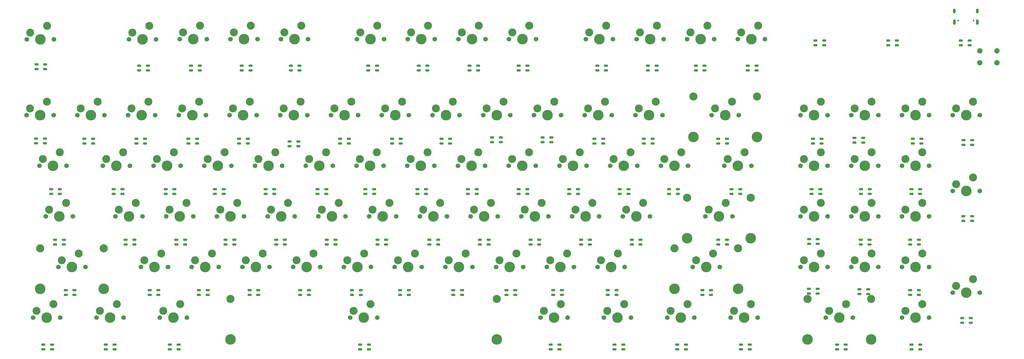
<source format=gbr>
%TF.GenerationSoftware,KiCad,Pcbnew,8.0.5*%
%TF.CreationDate,2024-11-10T22:51:29+11:00*%
%TF.ProjectId,keyboard,6b657962-6f61-4726-942e-6b696361645f,rev?*%
%TF.SameCoordinates,Original*%
%TF.FileFunction,Soldermask,Top*%
%TF.FilePolarity,Negative*%
%FSLAX46Y46*%
G04 Gerber Fmt 4.6, Leading zero omitted, Abs format (unit mm)*
G04 Created by KiCad (PCBNEW 8.0.5) date 2024-11-10 22:51:29*
%MOMM*%
%LPD*%
G01*
G04 APERTURE LIST*
G04 Aperture macros list*
%AMRoundRect*
0 Rectangle with rounded corners*
0 $1 Rounding radius*
0 $2 $3 $4 $5 $6 $7 $8 $9 X,Y pos of 4 corners*
0 Add a 4 corners polygon primitive as box body*
4,1,4,$2,$3,$4,$5,$6,$7,$8,$9,$2,$3,0*
0 Add four circle primitives for the rounded corners*
1,1,$1+$1,$2,$3*
1,1,$1+$1,$4,$5*
1,1,$1+$1,$6,$7*
1,1,$1+$1,$8,$9*
0 Add four rect primitives between the rounded corners*
20,1,$1+$1,$2,$3,$4,$5,0*
20,1,$1+$1,$4,$5,$6,$7,0*
20,1,$1+$1,$6,$7,$8,$9,0*
20,1,$1+$1,$8,$9,$2,$3,0*%
G04 Aperture macros list end*
%ADD10RoundRect,0.200000X-0.550000X-0.200000X0.550000X-0.200000X0.550000X0.200000X-0.550000X0.200000X0*%
%ADD11C,1.750000*%
%ADD12C,3.000000*%
%ADD13C,3.987800*%
%ADD14C,3.048000*%
%ADD15C,2.000000*%
%ADD16C,0.650000*%
%ADD17O,1.000000X1.800000*%
%ADD18O,1.000000X2.100000*%
G04 APERTURE END LIST*
D10*
%TO.C,D94*%
X377910000Y-32610000D03*
X377910000Y-34390000D03*
X381190000Y-34390000D03*
X381190000Y-32610000D03*
%TD*%
%TO.C,D93*%
X353915000Y-32610000D03*
X353915000Y-34390000D03*
X350635000Y-34390000D03*
X350635000Y-32610000D03*
%TD*%
%TO.C,D91*%
X359410000Y-147110000D03*
X359410000Y-148890000D03*
X362690000Y-148890000D03*
X362690000Y-147110000D03*
%TD*%
%TO.C,D90*%
X331410000Y-147110000D03*
X331410000Y-148890000D03*
X334690000Y-148890000D03*
X334690000Y-147110000D03*
%TD*%
%TO.C,D89*%
X295410000Y-147110000D03*
X295410000Y-148890000D03*
X298690000Y-148890000D03*
X298690000Y-147110000D03*
%TD*%
%TO.C,D88*%
X271410000Y-147110000D03*
X271410000Y-148890000D03*
X274690000Y-148890000D03*
X274690000Y-147110000D03*
%TD*%
%TO.C,D87*%
X247910000Y-147110000D03*
X247910000Y-148890000D03*
X251190000Y-148890000D03*
X251190000Y-147110000D03*
%TD*%
%TO.C,D86*%
X223910000Y-147110000D03*
X223910000Y-148890000D03*
X227190000Y-148890000D03*
X227190000Y-147110000D03*
%TD*%
%TO.C,D85*%
X152360000Y-147110000D03*
X152360000Y-148890000D03*
X155640000Y-148890000D03*
X155640000Y-147110000D03*
%TD*%
%TO.C,D84*%
X80910000Y-147110000D03*
X80910000Y-148890000D03*
X84190000Y-148890000D03*
X84190000Y-147110000D03*
%TD*%
%TO.C,D83*%
X56910000Y-147110000D03*
X56910000Y-148890000D03*
X60190000Y-148890000D03*
X60190000Y-147110000D03*
%TD*%
%TO.C,D82*%
X33410000Y-147110000D03*
X33410000Y-148890000D03*
X36690000Y-148890000D03*
X36690000Y-147110000D03*
%TD*%
%TO.C,D81*%
X378410000Y-137110000D03*
X378410000Y-138890000D03*
X381690000Y-138890000D03*
X381690000Y-137110000D03*
%TD*%
%TO.C,D80*%
X358860000Y-126610000D03*
X358860000Y-128390000D03*
X362140000Y-128390000D03*
X362140000Y-126610000D03*
%TD*%
%TO.C,D79*%
X339860000Y-126260000D03*
X339860000Y-128040000D03*
X343140000Y-128040000D03*
X343140000Y-126260000D03*
%TD*%
%TO.C,D78*%
X320860000Y-126110000D03*
X320860000Y-127890000D03*
X324140000Y-127890000D03*
X324140000Y-126110000D03*
%TD*%
%TO.C,D77*%
X280860000Y-126610000D03*
X280860000Y-128390000D03*
X284140000Y-128390000D03*
X284140000Y-126610000D03*
%TD*%
%TO.C,D76*%
X245360000Y-126610000D03*
X245360000Y-128390000D03*
X248640000Y-128390000D03*
X248640000Y-126610000D03*
%TD*%
%TO.C,D75*%
X224860000Y-126610000D03*
X224860000Y-128390000D03*
X228140000Y-128390000D03*
X228140000Y-126610000D03*
%TD*%
%TO.C,D74*%
X207360000Y-126610000D03*
X207360000Y-128390000D03*
X210640000Y-128390000D03*
X210640000Y-126610000D03*
%TD*%
%TO.C,D73*%
X187360000Y-126610000D03*
X187360000Y-128390000D03*
X190640000Y-128390000D03*
X190640000Y-126610000D03*
%TD*%
%TO.C,D72*%
X167360000Y-126610000D03*
X167360000Y-128390000D03*
X170640000Y-128390000D03*
X170640000Y-126610000D03*
%TD*%
%TO.C,D70*%
X129860000Y-126610000D03*
X129860000Y-128390000D03*
X133140000Y-128390000D03*
X133140000Y-126610000D03*
%TD*%
%TO.C,D69*%
X110860000Y-126610000D03*
X110860000Y-128390000D03*
X114140000Y-128390000D03*
X114140000Y-126610000D03*
%TD*%
%TO.C,D68*%
X91860000Y-126610000D03*
X91860000Y-128390000D03*
X95140000Y-128390000D03*
X95140000Y-126610000D03*
%TD*%
%TO.C,D66*%
X41860000Y-126610000D03*
X41860000Y-128390000D03*
X45140000Y-128390000D03*
X45140000Y-126610000D03*
%TD*%
%TO.C,D65*%
X358860000Y-107610000D03*
X358860000Y-109390000D03*
X362140000Y-109390000D03*
X362140000Y-107610000D03*
%TD*%
%TO.C,D64*%
X340360000Y-107610000D03*
X340360000Y-109390000D03*
X343640000Y-109390000D03*
X343640000Y-107610000D03*
%TD*%
%TO.C,D63*%
X320910000Y-107410000D03*
X320910000Y-109190000D03*
X324190000Y-109190000D03*
X324190000Y-107410000D03*
%TD*%
%TO.C,D61*%
X257640000Y-107610000D03*
X257640000Y-109390000D03*
X254360000Y-109390000D03*
X254360000Y-107610000D03*
%TD*%
%TO.C,D60*%
X238640000Y-107610000D03*
X238640000Y-109390000D03*
X235360000Y-109390000D03*
X235360000Y-107610000D03*
%TD*%
%TO.C,D59*%
X219640000Y-107610000D03*
X219640000Y-109390000D03*
X216360000Y-109390000D03*
X216360000Y-107610000D03*
%TD*%
%TO.C,D58*%
X200640000Y-107610000D03*
X200640000Y-109390000D03*
X197360000Y-109390000D03*
X197360000Y-107610000D03*
%TD*%
%TO.C,D57*%
X181640000Y-107610000D03*
X181640000Y-109390000D03*
X178360000Y-109390000D03*
X178360000Y-107610000D03*
%TD*%
%TO.C,D56*%
X162140000Y-107610000D03*
X162140000Y-109390000D03*
X158860000Y-109390000D03*
X158860000Y-107610000D03*
%TD*%
%TO.C,D55*%
X143140000Y-107610000D03*
X143140000Y-109390000D03*
X139860000Y-109390000D03*
X139860000Y-107610000D03*
%TD*%
%TO.C,D54*%
X124140000Y-107610000D03*
X124140000Y-109390000D03*
X120860000Y-109390000D03*
X120860000Y-107610000D03*
%TD*%
%TO.C,D53*%
X105140000Y-107610000D03*
X105140000Y-109390000D03*
X101860000Y-109390000D03*
X101860000Y-107610000D03*
%TD*%
%TO.C,D52*%
X86640000Y-107610000D03*
X86640000Y-109390000D03*
X83360000Y-109390000D03*
X83360000Y-107610000D03*
%TD*%
%TO.C,D51*%
X67640000Y-107610000D03*
X67640000Y-109390000D03*
X64360000Y-109390000D03*
X64360000Y-107610000D03*
%TD*%
%TO.C,D50*%
X41140000Y-107610000D03*
X41140000Y-109390000D03*
X37860000Y-109390000D03*
X37860000Y-107610000D03*
%TD*%
%TO.C,D49*%
X378860000Y-98760000D03*
X378860000Y-100540000D03*
X382140000Y-100540000D03*
X382140000Y-98760000D03*
%TD*%
%TO.C,D48*%
X359360000Y-88610000D03*
X359360000Y-90390000D03*
X362640000Y-90390000D03*
X362640000Y-88610000D03*
%TD*%
%TO.C,D47*%
X343690000Y-88610000D03*
X343690000Y-90390000D03*
X340410000Y-90390000D03*
X340410000Y-88610000D03*
%TD*%
%TO.C,D46*%
X321860000Y-88610000D03*
X321860000Y-90390000D03*
X325140000Y-90390000D03*
X325140000Y-88610000D03*
%TD*%
%TO.C,D45*%
X291860000Y-88610000D03*
X291860000Y-90390000D03*
X295140000Y-90390000D03*
X295140000Y-88610000D03*
%TD*%
%TO.C,D44*%
X268360000Y-88610000D03*
X268360000Y-90390000D03*
X271640000Y-90390000D03*
X271640000Y-88610000D03*
%TD*%
%TO.C,D43*%
X249860000Y-88610000D03*
X249860000Y-90390000D03*
X253140000Y-90390000D03*
X253140000Y-88610000D03*
%TD*%
%TO.C,D42*%
X230860000Y-88610000D03*
X230860000Y-90390000D03*
X234140000Y-90390000D03*
X234140000Y-88610000D03*
%TD*%
%TO.C,D41*%
X211860000Y-88610000D03*
X211860000Y-90390000D03*
X215140000Y-90390000D03*
X215140000Y-88610000D03*
%TD*%
%TO.C,D40*%
X192860000Y-88610000D03*
X192860000Y-90390000D03*
X196140000Y-90390000D03*
X196140000Y-88610000D03*
%TD*%
%TO.C,D39*%
X173860000Y-88610000D03*
X173860000Y-90390000D03*
X177140000Y-90390000D03*
X177140000Y-88610000D03*
%TD*%
%TO.C,D38*%
X154360000Y-88610000D03*
X154360000Y-90390000D03*
X157640000Y-90390000D03*
X157640000Y-88610000D03*
%TD*%
%TO.C,D37*%
X136360000Y-88610000D03*
X136360000Y-90390000D03*
X139640000Y-90390000D03*
X139640000Y-88610000D03*
%TD*%
%TO.C,D35*%
X97860000Y-88610000D03*
X97860000Y-90390000D03*
X101140000Y-90390000D03*
X101140000Y-88610000D03*
%TD*%
%TO.C,D34*%
X79360000Y-88610000D03*
X79360000Y-90390000D03*
X82640000Y-90390000D03*
X82640000Y-88610000D03*
%TD*%
%TO.C,D33*%
X59860000Y-88610000D03*
X59860000Y-90390000D03*
X63140000Y-90390000D03*
X63140000Y-88610000D03*
%TD*%
%TO.C,D32*%
X36360000Y-88610000D03*
X36360000Y-90390000D03*
X39640000Y-90390000D03*
X39640000Y-88610000D03*
%TD*%
%TO.C,D31*%
X378910000Y-70110000D03*
X378910000Y-71890000D03*
X382190000Y-71890000D03*
X382190000Y-70110000D03*
%TD*%
%TO.C,D30*%
X359860000Y-69610000D03*
X359860000Y-71390000D03*
X363140000Y-71390000D03*
X363140000Y-69610000D03*
%TD*%
%TO.C,D29*%
X337972500Y-69272500D03*
X337972500Y-71052500D03*
X341252500Y-71052500D03*
X341252500Y-69272500D03*
%TD*%
%TO.C,D28*%
X322360000Y-69610000D03*
X322360000Y-71390000D03*
X325640000Y-71390000D03*
X325640000Y-69610000D03*
%TD*%
%TO.C,D27*%
X286860000Y-69610000D03*
X286860000Y-71390000D03*
X290140000Y-71390000D03*
X290140000Y-69610000D03*
%TD*%
%TO.C,D26*%
X258910000Y-69610000D03*
X258910000Y-71390000D03*
X262190000Y-71390000D03*
X262190000Y-69610000D03*
%TD*%
%TO.C,D25*%
X240360000Y-69610000D03*
X240360000Y-71390000D03*
X243640000Y-71390000D03*
X243640000Y-69610000D03*
%TD*%
%TO.C,D24*%
X220910000Y-69110000D03*
X220910000Y-70890000D03*
X224190000Y-70890000D03*
X224190000Y-69110000D03*
%TD*%
%TO.C,D23*%
X201910000Y-69110000D03*
X201910000Y-70890000D03*
X205190000Y-70890000D03*
X205190000Y-69110000D03*
%TD*%
%TO.C,D22*%
X182910000Y-69610000D03*
X182910000Y-71390000D03*
X186190000Y-71390000D03*
X186190000Y-69610000D03*
%TD*%
%TO.C,D21*%
X164360000Y-69610000D03*
X164360000Y-71390000D03*
X167640000Y-71390000D03*
X167640000Y-69610000D03*
%TD*%
%TO.C,D20*%
X144860000Y-69610000D03*
X144860000Y-71390000D03*
X148140000Y-71390000D03*
X148140000Y-69610000D03*
%TD*%
%TO.C,D19*%
X125910000Y-70610000D03*
X125910000Y-72390000D03*
X129190000Y-72390000D03*
X129190000Y-70610000D03*
%TD*%
%TO.C,D18*%
X106910000Y-69610000D03*
X106910000Y-71390000D03*
X110190000Y-71390000D03*
X110190000Y-69610000D03*
%TD*%
%TO.C,D16*%
X68360000Y-69610000D03*
X68360000Y-71390000D03*
X71640000Y-71390000D03*
X71640000Y-69610000D03*
%TD*%
%TO.C,D15*%
X48860000Y-69610000D03*
X48860000Y-71390000D03*
X52140000Y-71390000D03*
X52140000Y-69610000D03*
%TD*%
%TO.C,D14*%
X30720000Y-69500000D03*
X30720000Y-71280000D03*
X34000000Y-71280000D03*
X34000000Y-69500000D03*
%TD*%
%TO.C,D13*%
X297910000Y-42110000D03*
X297910000Y-43890000D03*
X301190000Y-43890000D03*
X301190000Y-42110000D03*
%TD*%
%TO.C,D12*%
X278410000Y-42110000D03*
X278410000Y-43890000D03*
X281690000Y-43890000D03*
X281690000Y-42110000D03*
%TD*%
%TO.C,D11*%
X260410000Y-42110000D03*
X260410000Y-43890000D03*
X263690000Y-43890000D03*
X263690000Y-42110000D03*
%TD*%
%TO.C,D10*%
X241410000Y-42110000D03*
X241410000Y-43890000D03*
X244690000Y-43890000D03*
X244690000Y-42110000D03*
%TD*%
%TO.C,D9*%
X211910000Y-42110000D03*
X211910000Y-43890000D03*
X215190000Y-43890000D03*
X215190000Y-42110000D03*
%TD*%
%TO.C,D8*%
X193410000Y-42110000D03*
X193410000Y-43890000D03*
X196690000Y-43890000D03*
X196690000Y-42110000D03*
%TD*%
%TO.C,D7*%
X174360000Y-42110000D03*
X174360000Y-43890000D03*
X177640000Y-43890000D03*
X177640000Y-42110000D03*
%TD*%
%TO.C,D6*%
X155410000Y-42110000D03*
X155410000Y-43890000D03*
X158690000Y-43890000D03*
X158690000Y-42110000D03*
%TD*%
%TO.C,D5*%
X126360000Y-42110000D03*
X126360000Y-43890000D03*
X129640000Y-43890000D03*
X129640000Y-42110000D03*
%TD*%
%TO.C,D4*%
X107910000Y-42110000D03*
X107910000Y-43890000D03*
X111190000Y-43890000D03*
X111190000Y-42110000D03*
%TD*%
%TO.C,D3*%
X88860000Y-42110000D03*
X88860000Y-43890000D03*
X92140000Y-43890000D03*
X92140000Y-42110000D03*
%TD*%
%TO.C,D2*%
X69410000Y-42110000D03*
X69410000Y-43890000D03*
X72690000Y-43890000D03*
X72690000Y-42110000D03*
%TD*%
%TO.C,D1*%
X30860000Y-41610000D03*
X30860000Y-43390000D03*
X34140000Y-43390000D03*
X34140000Y-41610000D03*
%TD*%
%TO.C,D92*%
X323360000Y-32610000D03*
X323360000Y-34390000D03*
X326640000Y-34390000D03*
X326640000Y-32610000D03*
%TD*%
D11*
%TO.C,K_19*%
X141495000Y-60725000D03*
D12*
X142765000Y-58185000D03*
D13*
X146575000Y-60725000D03*
D12*
X149115000Y-55645000D03*
D11*
X151655000Y-60725000D03*
%TD*%
%TO.C,K_20*%
X160545000Y-60725000D03*
D12*
X161815000Y-58185000D03*
D13*
X165625000Y-60725000D03*
D12*
X168165000Y-55645000D03*
D11*
X170705000Y-60725000D03*
%TD*%
%TO.C,K_16*%
X84345000Y-60725000D03*
D12*
X85615000Y-58185000D03*
D13*
X89425000Y-60725000D03*
D12*
X91965000Y-55645000D03*
D11*
X94505000Y-60725000D03*
%TD*%
%TO.C,K_F11*%
X275181706Y-32124520D03*
D12*
X276451706Y-29584520D03*
D13*
X280261706Y-32124520D03*
D12*
X282801706Y-27044520D03*
D11*
X285341706Y-32124520D03*
%TD*%
%TO.C,K_45*%
X317707500Y-79775000D03*
D12*
X318977500Y-77235000D03*
D13*
X322787500Y-79775000D03*
D12*
X325327500Y-74695000D03*
D11*
X327867500Y-79775000D03*
%TD*%
%TO.C,K_13*%
X27195000Y-60725000D03*
D12*
X28465000Y-58185000D03*
D13*
X32275000Y-60725000D03*
D12*
X34815000Y-55645000D03*
D11*
X37355000Y-60725000D03*
%TD*%
%TO.C,K_75*%
X251667500Y-117875000D03*
D12*
X249127500Y-112795000D03*
D13*
X246587500Y-117875000D03*
D12*
X242777500Y-115335000D03*
D11*
X241507500Y-117875000D03*
%TD*%
%TO.C,K_56*%
X174832500Y-98825000D03*
D12*
X176102500Y-96285000D03*
D13*
X179912500Y-98825000D03*
D12*
X182452500Y-93745000D03*
D11*
X184992500Y-98825000D03*
%TD*%
%TO.C,K_46*%
X336757500Y-79775000D03*
D12*
X338027500Y-77235000D03*
D13*
X341837500Y-79775000D03*
D12*
X344377500Y-74695000D03*
D11*
X346917500Y-79775000D03*
%TD*%
%TO.C,K_78*%
X336757500Y-117875000D03*
D12*
X338027500Y-115335000D03*
D13*
X341837500Y-117875000D03*
D12*
X344377500Y-112795000D03*
D11*
X346917500Y-117875000D03*
%TD*%
%TO.C,K_74*%
X232617500Y-117875000D03*
D12*
X230077500Y-112795000D03*
D13*
X227537500Y-117875000D03*
D12*
X223727500Y-115335000D03*
D11*
X222457500Y-117875000D03*
%TD*%
%TO.C,K_35*%
X112920000Y-79775000D03*
D12*
X114190000Y-77235000D03*
D13*
X118000000Y-79775000D03*
D12*
X120540000Y-74695000D03*
D11*
X123080000Y-79775000D03*
%TD*%
%TO.C,K_15*%
X65295000Y-60725000D03*
D12*
X66565000Y-58185000D03*
D13*
X70375000Y-60725000D03*
D12*
X72915000Y-55645000D03*
D11*
X75455000Y-60725000D03*
%TD*%
%TO.C,K_ESC1*%
X27250000Y-32205000D03*
D12*
X28520000Y-29665000D03*
D13*
X32330000Y-32205000D03*
D12*
X34870000Y-27125000D03*
D11*
X37410000Y-32205000D03*
%TD*%
%TO.C,K_38*%
X170070000Y-79775000D03*
D12*
X171340000Y-77235000D03*
D13*
X175150000Y-79775000D03*
D12*
X177690000Y-74695000D03*
D11*
X180230000Y-79775000D03*
%TD*%
%TO.C,K_79*%
X355807500Y-117875000D03*
D12*
X357077500Y-115335000D03*
D13*
X360887500Y-117875000D03*
D12*
X363427500Y-112795000D03*
D11*
X365967500Y-117875000D03*
%TD*%
%TO.C,K_86*%
X243888750Y-136925000D03*
D12*
X245158750Y-134385000D03*
D13*
X248968750Y-136925000D03*
D12*
X251508750Y-131845000D03*
D11*
X254048750Y-136925000D03*
%TD*%
%TO.C,K_F9*%
X237170000Y-32125000D03*
D12*
X238440000Y-29585000D03*
D13*
X242250000Y-32125000D03*
D12*
X244790000Y-27045000D03*
D11*
X247330000Y-32125000D03*
%TD*%
%TO.C,K_88*%
X291513750Y-136925000D03*
D12*
X292783750Y-134385000D03*
D13*
X296593750Y-136925000D03*
D12*
X299133750Y-131845000D03*
D11*
X301673750Y-136925000D03*
%TD*%
%TO.C,K_81*%
X29576250Y-136925000D03*
D12*
X30846250Y-134385000D03*
D13*
X34656250Y-136925000D03*
D12*
X37196250Y-131845000D03*
D11*
X39736250Y-136925000D03*
%TD*%
%TO.C,K_23*%
X217695000Y-60725000D03*
D12*
X218965000Y-58185000D03*
D13*
X222775000Y-60725000D03*
D12*
X225315000Y-55645000D03*
D11*
X227855000Y-60725000D03*
%TD*%
%TO.C,K_63*%
X336757500Y-98825000D03*
D12*
X338027500Y-96285000D03*
D13*
X341837500Y-98825000D03*
D12*
X344377500Y-93745000D03*
D11*
X346917500Y-98825000D03*
%TD*%
%TO.C,K_67*%
X99267500Y-117875000D03*
D12*
X96727500Y-112795000D03*
D13*
X94187500Y-117875000D03*
D12*
X90377500Y-115335000D03*
D11*
X89107500Y-117875000D03*
%TD*%
%TO.C,K_53*%
X117682500Y-98825000D03*
D12*
X118952500Y-96285000D03*
D13*
X122762500Y-98825000D03*
D12*
X125302500Y-93745000D03*
D11*
X127842500Y-98825000D03*
%TD*%
%TO.C,K_72*%
X194517500Y-117875000D03*
D12*
X191977500Y-112795000D03*
D13*
X189437500Y-117875000D03*
D12*
X185627500Y-115335000D03*
D11*
X184357500Y-117875000D03*
%TD*%
%TO.C,K_47*%
X355807500Y-79775000D03*
D12*
X357077500Y-77235000D03*
D13*
X360887500Y-79775000D03*
D12*
X363427500Y-74695000D03*
D11*
X365967500Y-79775000D03*
%TD*%
%TO.C,K_60*%
X251032500Y-98825000D03*
D12*
X252302500Y-96285000D03*
D13*
X256112500Y-98825000D03*
D12*
X258652500Y-93745000D03*
D11*
X261192500Y-98825000D03*
%TD*%
%TO.C,K_F7*%
X189266209Y-32133694D03*
D12*
X190536209Y-29593694D03*
D13*
X194346209Y-32133694D03*
D12*
X196886209Y-27053694D03*
D11*
X199426209Y-32133694D03*
%TD*%
D13*
%TO.C,K_61*%
X299006750Y-107080000D03*
D14*
X299006750Y-91840000D03*
D11*
X292148750Y-98825000D03*
D12*
X289608750Y-93745000D03*
D13*
X287068750Y-98825000D03*
D12*
X283258750Y-96285000D03*
D11*
X281988750Y-98825000D03*
D13*
X275130750Y-107080000D03*
D14*
X275130750Y-91840000D03*
%TD*%
D11*
%TO.C,K_25*%
X255795000Y-60725000D03*
D12*
X257065000Y-58185000D03*
D13*
X260875000Y-60725000D03*
D12*
X263415000Y-55645000D03*
D11*
X265955000Y-60725000D03*
%TD*%
%TO.C,K_F8*%
X208266209Y-32133694D03*
D12*
X209536209Y-29593694D03*
D13*
X213346209Y-32133694D03*
D12*
X215886209Y-27053694D03*
D11*
X218426209Y-32133694D03*
%TD*%
%TO.C,K_F12*%
X294221706Y-32124520D03*
D12*
X295491706Y-29584520D03*
D13*
X299301706Y-32124520D03*
D12*
X301841706Y-27044520D03*
D11*
X304381706Y-32124520D03*
%TD*%
%TO.C,K_33*%
X74820000Y-79775000D03*
D12*
X76090000Y-77235000D03*
D13*
X79900000Y-79775000D03*
D12*
X82440000Y-74695000D03*
D11*
X84980000Y-79775000D03*
%TD*%
D13*
%TO.C,K_76*%
X294244250Y-126130000D03*
D14*
X294244250Y-110890000D03*
D11*
X287386250Y-117875000D03*
D12*
X284846250Y-112795000D03*
D13*
X282306250Y-117875000D03*
D12*
X278496250Y-115335000D03*
D11*
X277226250Y-117875000D03*
D13*
X270368250Y-126130000D03*
D14*
X270368250Y-110890000D03*
%TD*%
D11*
%TO.C,K_73*%
X213567500Y-117875000D03*
D12*
X211027500Y-112795000D03*
D13*
X208487500Y-117875000D03*
D12*
X204677500Y-115335000D03*
D11*
X203407500Y-117875000D03*
%TD*%
%TO.C,K_70*%
X156417500Y-117875000D03*
D12*
X153877500Y-112795000D03*
D13*
X151337500Y-117875000D03*
D12*
X147527500Y-115335000D03*
D11*
X146257500Y-117875000D03*
%TD*%
%TO.C,K_24*%
X236745000Y-60725000D03*
D12*
X238015000Y-58185000D03*
D13*
X241825000Y-60725000D03*
D12*
X244365000Y-55645000D03*
D11*
X246905000Y-60725000D03*
%TD*%
%TO.C,K_54*%
X136732500Y-98825000D03*
D12*
X138002500Y-96285000D03*
D13*
X141812500Y-98825000D03*
D12*
X144352500Y-93745000D03*
D11*
X146892500Y-98825000D03*
%TD*%
%TO.C,K_29*%
X355807500Y-60725000D03*
D12*
X357077500Y-58185000D03*
D13*
X360887500Y-60725000D03*
D12*
X363427500Y-55645000D03*
D11*
X365967500Y-60725000D03*
%TD*%
%TO.C,K_F10*%
X256181706Y-32124520D03*
D12*
X257451706Y-29584520D03*
D13*
X261261706Y-32124520D03*
D12*
X263801706Y-27044520D03*
D11*
X266341706Y-32124520D03*
%TD*%
%TO.C,K_32*%
X55770000Y-79775000D03*
D12*
X57040000Y-77235000D03*
D13*
X60850000Y-79775000D03*
D12*
X63390000Y-74695000D03*
D11*
X65930000Y-79775000D03*
%TD*%
%TO.C,K_34*%
X93870000Y-79775000D03*
D12*
X95140000Y-77235000D03*
D13*
X98950000Y-79775000D03*
D12*
X101490000Y-74695000D03*
D11*
X104030000Y-79775000D03*
%TD*%
%TO.C,K_68*%
X118317500Y-117875000D03*
D12*
X115777500Y-112795000D03*
D13*
X113237500Y-117875000D03*
D12*
X109427500Y-115335000D03*
D11*
X108157500Y-117875000D03*
%TD*%
%TO.C,K_42*%
X246270000Y-79775000D03*
D12*
X247540000Y-77235000D03*
D13*
X251350000Y-79775000D03*
D12*
X253890000Y-74695000D03*
D11*
X256430000Y-79775000D03*
%TD*%
%TO.C,K_14*%
X46245000Y-60725000D03*
D12*
X47515000Y-58185000D03*
D13*
X51325000Y-60725000D03*
D12*
X53865000Y-55645000D03*
D11*
X56405000Y-60725000D03*
%TD*%
D14*
%TO.C,K_84*%
X103718850Y-129940000D03*
D13*
X103718850Y-145180000D03*
D11*
X148638750Y-136925000D03*
D12*
X149908750Y-134385000D03*
D13*
X153718750Y-136925000D03*
D12*
X156258750Y-131845000D03*
D11*
X158798750Y-136925000D03*
D14*
X203718650Y-129940000D03*
D13*
X203718650Y-145180000D03*
%TD*%
D11*
%TO.C,K_39*%
X189120000Y-79775000D03*
D12*
X190390000Y-77235000D03*
D13*
X194200000Y-79775000D03*
D12*
X196740000Y-74695000D03*
D11*
X199280000Y-79775000D03*
%TD*%
D14*
%TO.C,K_89*%
X320374500Y-129940000D03*
D13*
X320374500Y-145180000D03*
D11*
X327232500Y-136925000D03*
D12*
X328502500Y-134385000D03*
D13*
X332312500Y-136925000D03*
D12*
X334852500Y-131845000D03*
D11*
X337392500Y-136925000D03*
D14*
X344250500Y-129940000D03*
D13*
X344250500Y-145180000D03*
%TD*%
D11*
%TO.C,K_59*%
X231982500Y-98825000D03*
D12*
X233252500Y-96285000D03*
D13*
X237062500Y-98825000D03*
D12*
X239602500Y-93745000D03*
D11*
X242142500Y-98825000D03*
%TD*%
%TO.C,K_62*%
X317707500Y-98825000D03*
D12*
X318977500Y-96285000D03*
D13*
X322787500Y-98825000D03*
D12*
X325327500Y-93745000D03*
D11*
X327867500Y-98825000D03*
%TD*%
%TO.C,K_49*%
X34338750Y-98825000D03*
D12*
X35608750Y-96285000D03*
D13*
X39418750Y-98825000D03*
D12*
X41958750Y-93745000D03*
D11*
X44498750Y-98825000D03*
%TD*%
%TO.C,K_18*%
X122445000Y-60725000D03*
D12*
X123715000Y-58185000D03*
D13*
X127525000Y-60725000D03*
D12*
X130065000Y-55645000D03*
D11*
X132605000Y-60725000D03*
%TD*%
%TO.C,K_17*%
X103395000Y-60725000D03*
D12*
X104665000Y-58185000D03*
D13*
X108475000Y-60725000D03*
D12*
X111015000Y-55645000D03*
D11*
X113555000Y-60725000D03*
%TD*%
%TO.C,K_F1*%
X65599475Y-32177388D03*
D12*
X66869475Y-29637388D03*
D13*
X70679475Y-32177388D03*
D12*
X73219475Y-27097388D03*
D11*
X75759475Y-32177388D03*
%TD*%
%TO.C,K_87*%
X267701250Y-136925000D03*
D12*
X268971250Y-134385000D03*
D13*
X272781250Y-136925000D03*
D12*
X275321250Y-131845000D03*
D11*
X277861250Y-136925000D03*
%TD*%
%TO.C,K_85*%
X220076250Y-136925000D03*
D12*
X221346250Y-134385000D03*
D13*
X225156250Y-136925000D03*
D12*
X227696250Y-131845000D03*
D11*
X230236250Y-136925000D03*
%TD*%
%TO.C,K_83*%
X77201250Y-136925000D03*
D12*
X78471250Y-134385000D03*
D13*
X82281250Y-136925000D03*
D12*
X84821250Y-131845000D03*
D11*
X87361250Y-136925000D03*
%TD*%
%TO.C,K_77*%
X317707500Y-117875000D03*
D12*
X318977500Y-115335000D03*
D13*
X322787500Y-117875000D03*
D12*
X325327500Y-112795000D03*
D11*
X327867500Y-117875000D03*
%TD*%
%TO.C,K_44*%
X289132500Y-79775000D03*
D12*
X290402500Y-77235000D03*
D13*
X294212500Y-79775000D03*
D12*
X296752500Y-74695000D03*
D11*
X299292500Y-79775000D03*
%TD*%
%TO.C,K_30*%
X374857500Y-60725000D03*
D12*
X376127500Y-58185000D03*
D13*
X379937500Y-60725000D03*
D12*
X382477500Y-55645000D03*
D11*
X385017500Y-60725000D03*
%TD*%
%TO.C,K_66*%
X80217500Y-117875000D03*
D12*
X77677500Y-112795000D03*
D13*
X75137500Y-117875000D03*
D12*
X71327500Y-115335000D03*
D11*
X70057500Y-117875000D03*
%TD*%
%TO.C,K_64*%
X355807500Y-98825000D03*
D12*
X357077500Y-96285000D03*
D13*
X360887500Y-98825000D03*
D12*
X363427500Y-93745000D03*
D11*
X365967500Y-98825000D03*
%TD*%
%TO.C,K_58*%
X212932500Y-98825000D03*
D12*
X214202500Y-96285000D03*
D13*
X218012500Y-98825000D03*
D12*
X220552500Y-93745000D03*
D11*
X223092500Y-98825000D03*
%TD*%
%TO.C,K_21*%
X179595000Y-60725000D03*
D12*
X180865000Y-58185000D03*
D13*
X184675000Y-60725000D03*
D12*
X187215000Y-55645000D03*
D11*
X189755000Y-60725000D03*
%TD*%
%TO.C,K_43*%
X265320000Y-79775000D03*
D12*
X266590000Y-77235000D03*
D13*
X270400000Y-79775000D03*
D12*
X272940000Y-74695000D03*
D11*
X275480000Y-79775000D03*
%TD*%
%TO.C,K_48*%
X374864143Y-89283423D03*
D12*
X376134143Y-86743423D03*
D13*
X379944143Y-89283423D03*
D12*
X382484143Y-84203423D03*
D11*
X385024143Y-89283423D03*
%TD*%
%TO.C,K_71*%
X175467500Y-117875000D03*
D12*
X172927500Y-112795000D03*
D13*
X170387500Y-117875000D03*
D12*
X166577500Y-115335000D03*
D11*
X165307500Y-117875000D03*
%TD*%
%TO.C,K_40*%
X208170000Y-79775000D03*
D12*
X209440000Y-77235000D03*
D13*
X213250000Y-79775000D03*
D12*
X215790000Y-74695000D03*
D11*
X218330000Y-79775000D03*
%TD*%
%TO.C,K_52*%
X98632500Y-98825000D03*
D12*
X99902500Y-96285000D03*
D13*
X103712500Y-98825000D03*
D12*
X106252500Y-93745000D03*
D11*
X108792500Y-98825000D03*
%TD*%
%TO.C,K_80*%
X374920000Y-127500000D03*
D12*
X376190000Y-124960000D03*
D13*
X380000000Y-127500000D03*
D12*
X382540000Y-122420000D03*
D11*
X385080000Y-127500000D03*
%TD*%
%TO.C,K_F5*%
X151170000Y-32125000D03*
D12*
X152440000Y-29585000D03*
D13*
X156250000Y-32125000D03*
D12*
X158790000Y-27045000D03*
D11*
X161330000Y-32125000D03*
%TD*%
%TO.C,K_F2*%
X84637347Y-32136106D03*
D12*
X85907347Y-29596106D03*
D13*
X89717347Y-32136106D03*
D12*
X92257347Y-27056106D03*
D11*
X94797347Y-32136106D03*
%TD*%
%TO.C,K_82*%
X53388750Y-136925000D03*
D12*
X54658750Y-134385000D03*
D13*
X58468750Y-136925000D03*
D12*
X61008750Y-131845000D03*
D11*
X63548750Y-136925000D03*
%TD*%
%TO.C,K_27*%
X317707500Y-60725000D03*
D12*
X318977500Y-58185000D03*
D13*
X322787500Y-60725000D03*
D12*
X325327500Y-55645000D03*
D11*
X327867500Y-60725000D03*
%TD*%
%TO.C,K_90*%
X355807500Y-136925000D03*
D12*
X357077500Y-134385000D03*
D13*
X360887500Y-136925000D03*
D12*
X363427500Y-131845000D03*
D11*
X365967500Y-136925000D03*
%TD*%
%TO.C,K_51*%
X79582500Y-98825000D03*
D12*
X80852500Y-96285000D03*
D13*
X84662500Y-98825000D03*
D12*
X87202500Y-93745000D03*
D11*
X89742500Y-98825000D03*
%TD*%
%TO.C,K_22*%
X198645000Y-60725000D03*
D12*
X199915000Y-58185000D03*
D13*
X203725000Y-60725000D03*
D12*
X206265000Y-55645000D03*
D11*
X208805000Y-60725000D03*
%TD*%
D14*
%TO.C,K_26*%
X277512000Y-53740000D03*
D13*
X277512000Y-68980000D03*
D11*
X284370000Y-60725000D03*
D12*
X285640000Y-58185000D03*
D13*
X289450000Y-60725000D03*
D12*
X291990000Y-55645000D03*
D11*
X294530000Y-60725000D03*
D14*
X301388000Y-53740000D03*
D13*
X301388000Y-68980000D03*
%TD*%
D11*
%TO.C,K_69*%
X137367500Y-117875000D03*
D12*
X134827500Y-112795000D03*
D13*
X132287500Y-117875000D03*
D12*
X128477500Y-115335000D03*
D11*
X127207500Y-117875000D03*
%TD*%
%TO.C,K_28*%
X336757500Y-60725000D03*
D12*
X338027500Y-58185000D03*
D13*
X341837500Y-60725000D03*
D12*
X344377500Y-55645000D03*
D11*
X346917500Y-60725000D03*
%TD*%
%TO.C,K_F4*%
X122670000Y-32125000D03*
D12*
X123940000Y-29585000D03*
D13*
X127750000Y-32125000D03*
D12*
X130290000Y-27045000D03*
D11*
X132830000Y-32125000D03*
%TD*%
%TO.C,K_31*%
X31957500Y-79775000D03*
D12*
X33227500Y-77235000D03*
D13*
X37037500Y-79775000D03*
D12*
X39577500Y-74695000D03*
D11*
X42117500Y-79775000D03*
%TD*%
%TO.C,K_57*%
X193882500Y-98825000D03*
D12*
X195152500Y-96285000D03*
D13*
X198962500Y-98825000D03*
D12*
X201502500Y-93745000D03*
D11*
X204042500Y-98825000D03*
%TD*%
%TO.C,K_50*%
X60532500Y-98825000D03*
D12*
X61802500Y-96285000D03*
D13*
X65612500Y-98825000D03*
D12*
X68152500Y-93745000D03*
D11*
X70692500Y-98825000D03*
%TD*%
%TO.C,K_37*%
X151020000Y-79775000D03*
D12*
X152290000Y-77235000D03*
D13*
X156100000Y-79775000D03*
D12*
X158640000Y-74695000D03*
D11*
X161180000Y-79775000D03*
%TD*%
%TO.C,K_36*%
X131970000Y-79775000D03*
D12*
X133240000Y-77235000D03*
D13*
X137050000Y-79775000D03*
D12*
X139590000Y-74695000D03*
D11*
X142130000Y-79775000D03*
%TD*%
%TO.C,K_F6*%
X170202485Y-32118486D03*
D12*
X171472485Y-29578486D03*
D13*
X175282485Y-32118486D03*
D12*
X177822485Y-27038486D03*
D11*
X180362485Y-32118486D03*
%TD*%
D13*
%TO.C,K_65*%
X56119250Y-126130000D03*
D14*
X56119250Y-110890000D03*
D11*
X49261250Y-117875000D03*
D12*
X46721250Y-112795000D03*
D13*
X44181250Y-117875000D03*
D12*
X40371250Y-115335000D03*
D11*
X39101250Y-117875000D03*
D13*
X32243250Y-126130000D03*
D14*
X32243250Y-110890000D03*
%TD*%
D11*
%TO.C,K_41*%
X227220000Y-79775000D03*
D12*
X228490000Y-77235000D03*
D13*
X232300000Y-79775000D03*
D12*
X234840000Y-74695000D03*
D11*
X237380000Y-79775000D03*
%TD*%
%TO.C,K_55*%
X155782500Y-98825000D03*
D12*
X157052500Y-96285000D03*
D13*
X160862500Y-98825000D03*
D12*
X163402500Y-93745000D03*
D11*
X165942500Y-98825000D03*
%TD*%
%TO.C,K_F3*%
X103670000Y-32125000D03*
D12*
X104940000Y-29585000D03*
D13*
X108750000Y-32125000D03*
D12*
X111290000Y-27045000D03*
D11*
X113830000Y-32125000D03*
%TD*%
D15*
%TO.C,SW1*%
X391500000Y-36500000D03*
X385000000Y-36500000D03*
X391500000Y-41000000D03*
X385000000Y-41000000D03*
%TD*%
D16*
%TO.C,J1*%
X376930000Y-25180000D03*
X382710000Y-25180000D03*
D17*
X375500000Y-21500000D03*
D18*
X375500000Y-25700000D03*
D17*
X384140000Y-21500000D03*
D18*
X384140000Y-25700000D03*
%TD*%
D10*
%TO.C,D36*%
X116860000Y-88610000D03*
X116860000Y-90390000D03*
X120140000Y-90390000D03*
X120140000Y-88610000D03*
%TD*%
%TO.C,D71*%
X149360000Y-126610000D03*
X149360000Y-128390000D03*
X152640000Y-128390000D03*
X152640000Y-126610000D03*
%TD*%
%TO.C,D17*%
X87860000Y-69610000D03*
X87860000Y-71390000D03*
X91140000Y-71390000D03*
X91140000Y-69610000D03*
%TD*%
%TO.C,D62*%
X290140000Y-107610000D03*
X290140000Y-109390000D03*
X286860000Y-109390000D03*
X286860000Y-107610000D03*
%TD*%
%TO.C,D67*%
X73360000Y-126610000D03*
X73360000Y-128390000D03*
X76640000Y-128390000D03*
X76640000Y-126610000D03*
%TD*%
M02*

</source>
